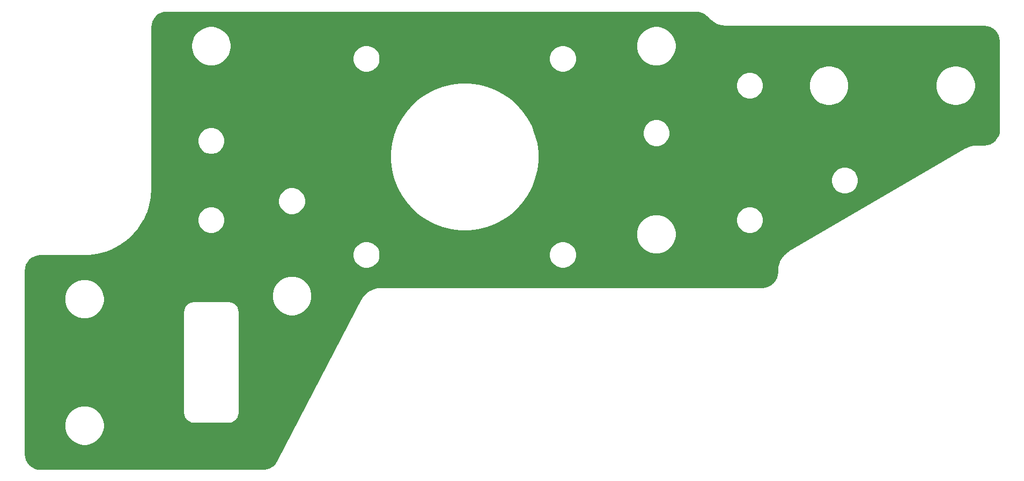
<source format=gbl>
G04 #@! TF.GenerationSoftware,KiCad,Pcbnew,5.1.9+dfsg1-1+deb11u1*
G04 #@! TF.CreationDate,2023-07-28T22:01:51+09:00*
G04 #@! TF.ProjectId,front-motor-mount,66726f6e-742d-46d6-9f74-6f722d6d6f75,rev?*
G04 #@! TF.SameCoordinates,Original*
G04 #@! TF.FileFunction,Copper,L2,Bot*
G04 #@! TF.FilePolarity,Positive*
%FSLAX46Y46*%
G04 Gerber Fmt 4.6, Leading zero omitted, Abs format (unit mm)*
G04 Created by KiCad (PCBNEW 5.1.9+dfsg1-1+deb11u1) date 2023-07-28 22:01:51*
%MOMM*%
%LPD*%
G01*
G04 APERTURE LIST*
G04 #@! TA.AperFunction,NonConductor*
%ADD10C,0.254000*%
G04 #@! TD*
G04 #@! TA.AperFunction,NonConductor*
%ADD11C,0.100000*%
G04 #@! TD*
G04 APERTURE END LIST*
D10*
X202711293Y-70957670D02*
X203147898Y-71089489D01*
X203550585Y-71303600D01*
X203928174Y-71611554D01*
X204401534Y-72084915D01*
X204405409Y-72088830D01*
X204412826Y-72096222D01*
X204412909Y-72096290D01*
X204427533Y-72110914D01*
X204448013Y-72127721D01*
X204454457Y-72134302D01*
X204461557Y-72140176D01*
X204915286Y-72510228D01*
X204965079Y-72543310D01*
X205014468Y-72577128D01*
X205022574Y-72581510D01*
X205539537Y-72856385D01*
X205594864Y-72879189D01*
X205649824Y-72902745D01*
X205658628Y-72905470D01*
X206219137Y-73074697D01*
X206277817Y-73086316D01*
X206336327Y-73098753D01*
X206345492Y-73099716D01*
X206928194Y-73156851D01*
X206928208Y-73156851D01*
X206960181Y-73160000D01*
X247717721Y-73160000D01*
X248203893Y-73207670D01*
X248640498Y-73339489D01*
X249043185Y-73553600D01*
X249396612Y-73841848D01*
X249687327Y-74193261D01*
X249904242Y-74594439D01*
X250039106Y-75030113D01*
X250090000Y-75514344D01*
X250090001Y-89467711D01*
X250042330Y-89953894D01*
X249910512Y-90390497D01*
X249696399Y-90793186D01*
X249408150Y-91146613D01*
X249056739Y-91437327D01*
X248655564Y-91654240D01*
X248219886Y-91789106D01*
X247735664Y-91840000D01*
X246528581Y-91840000D01*
X246506064Y-91842218D01*
X246105737Y-91869706D01*
X246056198Y-91878021D01*
X246006345Y-91884192D01*
X245997368Y-91886274D01*
X245427942Y-92022519D01*
X245371425Y-92042042D01*
X245314594Y-92060788D01*
X245306193Y-92064574D01*
X244833672Y-92281470D01*
X244833014Y-92281626D01*
X244744447Y-92322235D01*
X216877442Y-108578042D01*
X216866544Y-108585925D01*
X216721425Y-108677057D01*
X216691028Y-108700574D01*
X216658862Y-108721623D01*
X216651721Y-108727448D01*
X216200587Y-109100659D01*
X216158466Y-109143075D01*
X216115698Y-109184956D01*
X216109824Y-109192057D01*
X215739772Y-109645785D01*
X215706690Y-109695578D01*
X215672872Y-109744967D01*
X215668490Y-109753074D01*
X215393616Y-110270037D01*
X215370820Y-110325345D01*
X215347255Y-110380325D01*
X215344530Y-110389128D01*
X215175303Y-110949637D01*
X215163683Y-111008324D01*
X215151247Y-111066827D01*
X215150284Y-111075992D01*
X215093149Y-111658695D01*
X215093149Y-111658708D01*
X215090000Y-111690681D01*
X215090000Y-111967721D01*
X215042330Y-112453894D01*
X214910512Y-112890497D01*
X214696399Y-113293186D01*
X214408150Y-113646613D01*
X214056739Y-113937327D01*
X213655564Y-114154240D01*
X213219886Y-114289106D01*
X212735664Y-114340000D01*
X152536181Y-114340000D01*
X152517691Y-114341821D01*
X152194637Y-114360015D01*
X152148988Y-114367101D01*
X152103022Y-114371646D01*
X152093997Y-114373506D01*
X151521393Y-114495708D01*
X151464384Y-114513844D01*
X151407138Y-114531179D01*
X151398646Y-114534757D01*
X150860684Y-114765850D01*
X150808264Y-114794724D01*
X150755493Y-114822838D01*
X150747858Y-114827997D01*
X150265028Y-115159180D01*
X150219237Y-115197667D01*
X150172910Y-115235514D01*
X150166423Y-115242058D01*
X149757114Y-115660716D01*
X149719659Y-115707379D01*
X149681577Y-115753489D01*
X149676484Y-115761169D01*
X149392002Y-116196682D01*
X149391969Y-116196715D01*
X149338649Y-116278265D01*
X136021178Y-141803420D01*
X135753790Y-142212767D01*
X135434961Y-142538883D01*
X135058868Y-142796855D01*
X134639821Y-142976868D01*
X134180313Y-143074934D01*
X133912822Y-143090000D01*
X98782279Y-143090000D01*
X98296106Y-143042330D01*
X97859503Y-142910512D01*
X97456814Y-142696399D01*
X97103387Y-142408150D01*
X96812673Y-142056739D01*
X96595760Y-141655564D01*
X96460894Y-141219886D01*
X96410000Y-140735664D01*
X96410000Y-135938305D01*
X102585313Y-135938305D01*
X102585313Y-136561695D01*
X102706930Y-137173105D01*
X102945490Y-137749042D01*
X103291827Y-138267371D01*
X103732629Y-138708173D01*
X104250958Y-139054510D01*
X104826895Y-139293070D01*
X105438305Y-139414687D01*
X106061695Y-139414687D01*
X106673105Y-139293070D01*
X107249042Y-139054510D01*
X107767371Y-138708173D01*
X108208173Y-138267371D01*
X108554510Y-137749042D01*
X108793070Y-137173105D01*
X108914687Y-136561695D01*
X108914687Y-135938305D01*
X108793070Y-135326895D01*
X108554510Y-134750958D01*
X108241442Y-134282418D01*
X121340000Y-134282418D01*
X121342783Y-134310673D01*
X121342740Y-134316801D01*
X121343640Y-134325972D01*
X121364041Y-134520069D01*
X121376068Y-134578658D01*
X121387277Y-134637423D01*
X121389941Y-134646245D01*
X121447653Y-134832683D01*
X121470838Y-134887838D01*
X121493242Y-134943291D01*
X121497568Y-134951427D01*
X121590393Y-135123104D01*
X121623846Y-135172699D01*
X121656600Y-135222753D01*
X121662424Y-135229894D01*
X121786828Y-135380272D01*
X121829263Y-135422411D01*
X121871126Y-135465161D01*
X121878227Y-135471034D01*
X122029469Y-135594384D01*
X122079277Y-135627477D01*
X122128651Y-135661284D01*
X122136757Y-135665667D01*
X122309080Y-135757292D01*
X122364392Y-135780090D01*
X122419366Y-135803652D01*
X122428169Y-135806377D01*
X122615006Y-135862786D01*
X122673686Y-135874405D01*
X122732196Y-135886842D01*
X122741361Y-135887805D01*
X122935594Y-135906850D01*
X122935598Y-135906850D01*
X122967581Y-135910000D01*
X128532419Y-135910000D01*
X128560674Y-135907217D01*
X128566801Y-135907260D01*
X128575972Y-135906360D01*
X128770069Y-135885959D01*
X128828658Y-135873932D01*
X128887423Y-135862723D01*
X128896245Y-135860059D01*
X129082683Y-135802347D01*
X129137838Y-135779162D01*
X129193291Y-135756758D01*
X129201427Y-135752432D01*
X129373104Y-135659607D01*
X129422699Y-135626154D01*
X129472753Y-135593400D01*
X129479894Y-135587576D01*
X129630272Y-135463172D01*
X129672411Y-135420737D01*
X129715161Y-135378874D01*
X129721034Y-135371773D01*
X129844384Y-135220531D01*
X129877477Y-135170723D01*
X129911284Y-135121349D01*
X129915667Y-135113243D01*
X130007292Y-134940920D01*
X130030090Y-134885608D01*
X130053652Y-134830634D01*
X130056377Y-134821831D01*
X130112786Y-134634994D01*
X130124405Y-134576314D01*
X130136842Y-134517804D01*
X130137805Y-134508639D01*
X130156850Y-134314406D01*
X130156850Y-134314402D01*
X130160000Y-134282419D01*
X130160000Y-118217581D01*
X130157217Y-118189326D01*
X130157260Y-118183199D01*
X130156360Y-118174028D01*
X130135959Y-117979931D01*
X130123934Y-117921348D01*
X130112723Y-117862577D01*
X130110059Y-117853755D01*
X130052347Y-117667317D01*
X130029162Y-117612162D01*
X130006758Y-117556709D01*
X130002432Y-117548573D01*
X129909607Y-117376896D01*
X129876139Y-117327278D01*
X129843400Y-117277247D01*
X129837576Y-117270106D01*
X129713172Y-117119728D01*
X129670737Y-117077589D01*
X129628874Y-117034839D01*
X129621773Y-117028966D01*
X129470531Y-116905616D01*
X129420738Y-116872534D01*
X129371349Y-116838716D01*
X129363243Y-116834333D01*
X129190921Y-116742708D01*
X129135606Y-116719909D01*
X129080634Y-116696348D01*
X129071831Y-116693623D01*
X128884995Y-116637214D01*
X128826307Y-116625594D01*
X128767804Y-116613158D01*
X128758639Y-116612195D01*
X128564405Y-116593150D01*
X128564402Y-116593150D01*
X128532419Y-116590000D01*
X122967581Y-116590000D01*
X122939326Y-116592783D01*
X122933199Y-116592740D01*
X122924028Y-116593640D01*
X122729931Y-116614041D01*
X122671348Y-116626066D01*
X122612577Y-116637277D01*
X122603755Y-116639941D01*
X122417317Y-116697653D01*
X122362162Y-116720838D01*
X122306709Y-116743242D01*
X122298573Y-116747568D01*
X122126896Y-116840393D01*
X122077278Y-116873861D01*
X122027247Y-116906600D01*
X122020106Y-116912424D01*
X121869728Y-117036828D01*
X121827589Y-117079263D01*
X121784839Y-117121126D01*
X121778966Y-117128227D01*
X121655616Y-117279469D01*
X121622534Y-117329262D01*
X121588716Y-117378651D01*
X121584333Y-117386757D01*
X121492708Y-117559079D01*
X121469909Y-117614394D01*
X121446348Y-117669366D01*
X121443623Y-117678169D01*
X121387214Y-117865005D01*
X121375594Y-117923693D01*
X121363158Y-117982196D01*
X121362195Y-117991361D01*
X121343150Y-118185595D01*
X121343150Y-118185608D01*
X121340001Y-118217581D01*
X121340000Y-134282418D01*
X108241442Y-134282418D01*
X108208173Y-134232629D01*
X107767371Y-133791827D01*
X107249042Y-133445490D01*
X106673105Y-133206930D01*
X106061695Y-133085313D01*
X105438305Y-133085313D01*
X104826895Y-133206930D01*
X104250958Y-133445490D01*
X103732629Y-133791827D01*
X103291827Y-134232629D01*
X102945490Y-134750958D01*
X102706930Y-135326895D01*
X102585313Y-135938305D01*
X96410000Y-135938305D01*
X96410000Y-115938305D01*
X102585313Y-115938305D01*
X102585313Y-116561695D01*
X102706930Y-117173105D01*
X102945490Y-117749042D01*
X103291827Y-118267371D01*
X103732629Y-118708173D01*
X104250958Y-119054510D01*
X104826895Y-119293070D01*
X105438305Y-119414687D01*
X106061695Y-119414687D01*
X106673105Y-119293070D01*
X107249042Y-119054510D01*
X107767371Y-118708173D01*
X108208173Y-118267371D01*
X108554510Y-117749042D01*
X108793070Y-117173105D01*
X108914687Y-116561695D01*
X108914687Y-115938305D01*
X108815231Y-115438305D01*
X135325313Y-115438305D01*
X135325313Y-116061695D01*
X135446930Y-116673105D01*
X135685490Y-117249042D01*
X136031827Y-117767371D01*
X136472629Y-118208173D01*
X136990958Y-118554510D01*
X137566895Y-118793070D01*
X138178305Y-118914687D01*
X138801695Y-118914687D01*
X139413105Y-118793070D01*
X139989042Y-118554510D01*
X140507371Y-118208173D01*
X140948173Y-117767371D01*
X141294510Y-117249042D01*
X141533070Y-116673105D01*
X141654687Y-116061695D01*
X141654687Y-115438305D01*
X141533070Y-114826895D01*
X141294510Y-114250958D01*
X140948173Y-113732629D01*
X140507371Y-113291827D01*
X139989042Y-112945490D01*
X139413105Y-112706930D01*
X138801695Y-112585313D01*
X138178305Y-112585313D01*
X137566895Y-112706930D01*
X136990958Y-112945490D01*
X136472629Y-113291827D01*
X136031827Y-113732629D01*
X135685490Y-114250958D01*
X135446930Y-114826895D01*
X135325313Y-115438305D01*
X108815231Y-115438305D01*
X108793070Y-115326895D01*
X108554510Y-114750958D01*
X108208173Y-114232629D01*
X107767371Y-113791827D01*
X107249042Y-113445490D01*
X106673105Y-113206930D01*
X106061695Y-113085313D01*
X105438305Y-113085313D01*
X104826895Y-113206930D01*
X104250958Y-113445490D01*
X103732629Y-113791827D01*
X103291827Y-114232629D01*
X102945490Y-114750958D01*
X102706930Y-115326895D01*
X102585313Y-115938305D01*
X96410000Y-115938305D01*
X96410000Y-111782279D01*
X96457670Y-111296107D01*
X96589489Y-110859502D01*
X96803600Y-110456815D01*
X97091848Y-110103388D01*
X97443261Y-109812673D01*
X97844439Y-109595758D01*
X98280113Y-109460894D01*
X98764344Y-109410000D01*
X105782419Y-109410000D01*
X105792757Y-109408982D01*
X106398636Y-109389941D01*
X106429588Y-109387016D01*
X106460625Y-109385063D01*
X107706531Y-109227669D01*
X107706533Y-109227669D01*
X107787949Y-109212138D01*
X108472701Y-109036323D01*
X148080497Y-109036323D01*
X148080497Y-109463677D01*
X148163870Y-109882821D01*
X148327412Y-110277645D01*
X148564837Y-110632977D01*
X148867023Y-110935163D01*
X149222355Y-111172588D01*
X149617179Y-111336130D01*
X150036323Y-111419503D01*
X150463677Y-111419503D01*
X150882821Y-111336130D01*
X151277645Y-111172588D01*
X151632977Y-110935163D01*
X151935163Y-110632977D01*
X152172588Y-110277645D01*
X152336130Y-109882821D01*
X152419503Y-109463677D01*
X152419503Y-109036323D01*
X179080497Y-109036323D01*
X179080497Y-109463677D01*
X179163870Y-109882821D01*
X179327412Y-110277645D01*
X179564837Y-110632977D01*
X179867023Y-110935163D01*
X180222355Y-111172588D01*
X180617179Y-111336130D01*
X181036323Y-111419503D01*
X181463677Y-111419503D01*
X181882821Y-111336130D01*
X182277645Y-111172588D01*
X182632977Y-110935163D01*
X182935163Y-110632977D01*
X183172588Y-110277645D01*
X183336130Y-109882821D01*
X183419503Y-109463677D01*
X183419503Y-109036323D01*
X183336130Y-108617179D01*
X183172588Y-108222355D01*
X182935163Y-107867023D01*
X182632977Y-107564837D01*
X182277645Y-107327412D01*
X181882821Y-107163870D01*
X181463677Y-107080497D01*
X181036323Y-107080497D01*
X180617179Y-107163870D01*
X180222355Y-107327412D01*
X179867023Y-107564837D01*
X179564837Y-107867023D01*
X179327412Y-108222355D01*
X179163870Y-108617179D01*
X179080497Y-109036323D01*
X152419503Y-109036323D01*
X152336130Y-108617179D01*
X152172588Y-108222355D01*
X151935163Y-107867023D01*
X151632977Y-107564837D01*
X151277645Y-107327412D01*
X150882821Y-107163870D01*
X150463677Y-107080497D01*
X150036323Y-107080497D01*
X149617179Y-107163870D01*
X149222355Y-107327412D01*
X148867023Y-107564837D01*
X148564837Y-107867023D01*
X148327412Y-108222355D01*
X148163870Y-108617179D01*
X148080497Y-109036323D01*
X108472701Y-109036323D01*
X109004306Y-108899830D01*
X109083133Y-108874218D01*
X109083138Y-108874216D01*
X110250750Y-108411926D01*
X110250756Y-108411924D01*
X110288561Y-108394134D01*
X110325750Y-108376634D01*
X110325755Y-108376631D01*
X111426213Y-107771648D01*
X111426226Y-107771642D01*
X111469037Y-107744472D01*
X111496207Y-107727230D01*
X111496214Y-107727224D01*
X112512179Y-106989083D01*
X112576042Y-106936251D01*
X112576049Y-106936243D01*
X113491478Y-106076598D01*
X113491487Y-106076591D01*
X113548225Y-106016171D01*
X114348701Y-105048562D01*
X114348709Y-105048553D01*
X114397426Y-104981499D01*
X115070319Y-103921190D01*
X115070324Y-103921183D01*
X115110253Y-103848551D01*
X115257176Y-103536323D01*
X123580497Y-103536323D01*
X123580497Y-103963677D01*
X123663870Y-104382821D01*
X123827412Y-104777645D01*
X124064837Y-105132977D01*
X124367023Y-105435163D01*
X124722355Y-105672588D01*
X125117179Y-105836130D01*
X125536323Y-105919503D01*
X125963677Y-105919503D01*
X126382821Y-105836130D01*
X126739700Y-105688305D01*
X192835313Y-105688305D01*
X192835313Y-106311695D01*
X192956930Y-106923105D01*
X193195490Y-107499042D01*
X193541827Y-108017371D01*
X193982629Y-108458173D01*
X194500958Y-108804510D01*
X195076895Y-109043070D01*
X195688305Y-109164687D01*
X196311695Y-109164687D01*
X196923105Y-109043070D01*
X197499042Y-108804510D01*
X198017371Y-108458173D01*
X198458173Y-108017371D01*
X198804510Y-107499042D01*
X199043070Y-106923105D01*
X199164687Y-106311695D01*
X199164687Y-105688305D01*
X199043070Y-105076895D01*
X198804510Y-104500958D01*
X198458173Y-103982629D01*
X198017371Y-103541827D01*
X198009134Y-103536323D01*
X208580497Y-103536323D01*
X208580497Y-103963677D01*
X208663870Y-104382821D01*
X208827412Y-104777645D01*
X209064837Y-105132977D01*
X209367023Y-105435163D01*
X209722355Y-105672588D01*
X210117179Y-105836130D01*
X210536323Y-105919503D01*
X210963677Y-105919503D01*
X211382821Y-105836130D01*
X211777645Y-105672588D01*
X212132977Y-105435163D01*
X212435163Y-105132977D01*
X212672588Y-104777645D01*
X212836130Y-104382821D01*
X212919503Y-103963677D01*
X212919503Y-103536323D01*
X212836130Y-103117179D01*
X212672588Y-102722355D01*
X212435163Y-102367023D01*
X212132977Y-102064837D01*
X211777645Y-101827412D01*
X211382821Y-101663870D01*
X210963677Y-101580497D01*
X210536323Y-101580497D01*
X210117179Y-101663870D01*
X209722355Y-101827412D01*
X209367023Y-102064837D01*
X209064837Y-102367023D01*
X208827412Y-102722355D01*
X208663870Y-103117179D01*
X208580497Y-103536323D01*
X198009134Y-103536323D01*
X197499042Y-103195490D01*
X196923105Y-102956930D01*
X196311695Y-102835313D01*
X195688305Y-102835313D01*
X195076895Y-102956930D01*
X194500958Y-103195490D01*
X193982629Y-103541827D01*
X193541827Y-103982629D01*
X193195490Y-104500958D01*
X192956930Y-105076895D01*
X192835313Y-105688305D01*
X126739700Y-105688305D01*
X126777645Y-105672588D01*
X127132977Y-105435163D01*
X127435163Y-105132977D01*
X127672588Y-104777645D01*
X127836130Y-104382821D01*
X127919503Y-103963677D01*
X127919503Y-103536323D01*
X127836130Y-103117179D01*
X127672588Y-102722355D01*
X127435163Y-102367023D01*
X127132977Y-102064837D01*
X126777645Y-101827412D01*
X126382821Y-101663870D01*
X125963677Y-101580497D01*
X125536323Y-101580497D01*
X125117179Y-101663870D01*
X124722355Y-101827412D01*
X124367023Y-102064837D01*
X124064837Y-102367023D01*
X123827412Y-102722355D01*
X123663870Y-103117179D01*
X123580497Y-103536323D01*
X115257176Y-103536323D01*
X115644951Y-102712261D01*
X115675463Y-102635197D01*
X115675467Y-102635182D01*
X116063524Y-101440864D01*
X116063530Y-101440850D01*
X116084142Y-101360570D01*
X116241375Y-100536323D01*
X136320497Y-100536323D01*
X136320497Y-100963677D01*
X136403870Y-101382821D01*
X136567412Y-101777645D01*
X136804837Y-102132977D01*
X137107023Y-102435163D01*
X137462355Y-102672588D01*
X137857179Y-102836130D01*
X138276323Y-102919503D01*
X138703677Y-102919503D01*
X139122821Y-102836130D01*
X139517645Y-102672588D01*
X139872977Y-102435163D01*
X140175163Y-102132977D01*
X140412588Y-101777645D01*
X140576130Y-101382821D01*
X140659503Y-100963677D01*
X140659503Y-100536323D01*
X140576130Y-100117179D01*
X140412588Y-99722355D01*
X140175163Y-99367023D01*
X139872977Y-99064837D01*
X139517645Y-98827412D01*
X139122821Y-98663870D01*
X138703677Y-98580497D01*
X138276323Y-98580497D01*
X137857179Y-98663870D01*
X137462355Y-98827412D01*
X137107023Y-99064837D01*
X136804837Y-99367023D01*
X136567412Y-99722355D01*
X136403870Y-100117179D01*
X136320497Y-100536323D01*
X116241375Y-100536323D01*
X116319457Y-100127003D01*
X116320698Y-100117179D01*
X116329845Y-100044774D01*
X116407967Y-98803060D01*
X116410000Y-98782419D01*
X116410000Y-91036323D01*
X123580497Y-91036323D01*
X123580497Y-91463677D01*
X123663870Y-91882821D01*
X123827412Y-92277645D01*
X124064837Y-92632977D01*
X124367023Y-92935163D01*
X124722355Y-93172588D01*
X125117179Y-93336130D01*
X125536323Y-93419503D01*
X125963677Y-93419503D01*
X126382821Y-93336130D01*
X126777645Y-93172588D01*
X126975701Y-93040251D01*
X154016446Y-93040251D01*
X154016446Y-94459749D01*
X154187548Y-95868898D01*
X154527256Y-97247148D01*
X155030617Y-98574403D01*
X155690291Y-99831306D01*
X156496658Y-100999530D01*
X157437960Y-102062040D01*
X158500470Y-103003342D01*
X159668694Y-103809709D01*
X160925597Y-104469383D01*
X162252852Y-104972744D01*
X163631102Y-105312452D01*
X165040251Y-105483554D01*
X166459749Y-105483554D01*
X167868898Y-105312452D01*
X169247148Y-104972744D01*
X170574403Y-104469383D01*
X171831306Y-103809709D01*
X172999530Y-103003342D01*
X174062040Y-102062040D01*
X175003342Y-100999530D01*
X175809709Y-99831306D01*
X176469383Y-98574403D01*
X176957886Y-97286323D01*
X223580497Y-97286323D01*
X223580497Y-97713677D01*
X223663870Y-98132821D01*
X223827412Y-98527645D01*
X224064837Y-98882977D01*
X224367023Y-99185163D01*
X224722355Y-99422588D01*
X225117179Y-99586130D01*
X225536323Y-99669503D01*
X225963677Y-99669503D01*
X226382821Y-99586130D01*
X226777645Y-99422588D01*
X227132977Y-99185163D01*
X227435163Y-98882977D01*
X227672588Y-98527645D01*
X227836130Y-98132821D01*
X227919503Y-97713677D01*
X227919503Y-97286323D01*
X227836130Y-96867179D01*
X227672588Y-96472355D01*
X227435163Y-96117023D01*
X227132977Y-95814837D01*
X226777645Y-95577412D01*
X226382821Y-95413870D01*
X225963677Y-95330497D01*
X225536323Y-95330497D01*
X225117179Y-95413870D01*
X224722355Y-95577412D01*
X224367023Y-95814837D01*
X224064837Y-96117023D01*
X223827412Y-96472355D01*
X223663870Y-96867179D01*
X223580497Y-97286323D01*
X176957886Y-97286323D01*
X176972744Y-97247148D01*
X177312452Y-95868898D01*
X177483554Y-94459749D01*
X177483554Y-93040251D01*
X177312452Y-91631102D01*
X176972744Y-90252852D01*
X176795814Y-89786323D01*
X193830497Y-89786323D01*
X193830497Y-90213677D01*
X193913870Y-90632821D01*
X194077412Y-91027645D01*
X194314837Y-91382977D01*
X194617023Y-91685163D01*
X194972355Y-91922588D01*
X195367179Y-92086130D01*
X195786323Y-92169503D01*
X196213677Y-92169503D01*
X196632821Y-92086130D01*
X197027645Y-91922588D01*
X197382977Y-91685163D01*
X197685163Y-91382977D01*
X197922588Y-91027645D01*
X198086130Y-90632821D01*
X198169503Y-90213677D01*
X198169503Y-89786323D01*
X198086130Y-89367179D01*
X197922588Y-88972355D01*
X197685163Y-88617023D01*
X197382977Y-88314837D01*
X197027645Y-88077412D01*
X196632821Y-87913870D01*
X196213677Y-87830497D01*
X195786323Y-87830497D01*
X195367179Y-87913870D01*
X194972355Y-88077412D01*
X194617023Y-88314837D01*
X194314837Y-88617023D01*
X194077412Y-88972355D01*
X193913870Y-89367179D01*
X193830497Y-89786323D01*
X176795814Y-89786323D01*
X176469383Y-88925597D01*
X175809709Y-87668694D01*
X175003342Y-86500470D01*
X174062040Y-85437960D01*
X172999530Y-84496658D01*
X171831306Y-83690291D01*
X170574403Y-83030617D01*
X169247148Y-82527256D01*
X168269645Y-82286323D01*
X208580497Y-82286323D01*
X208580497Y-82713677D01*
X208663870Y-83132821D01*
X208827412Y-83527645D01*
X209064837Y-83882977D01*
X209367023Y-84185163D01*
X209722355Y-84422588D01*
X210117179Y-84586130D01*
X210536323Y-84669503D01*
X210963677Y-84669503D01*
X211382821Y-84586130D01*
X211777645Y-84422588D01*
X212132977Y-84185163D01*
X212435163Y-83882977D01*
X212672588Y-83527645D01*
X212836130Y-83132821D01*
X212919503Y-82713677D01*
X212919503Y-82286323D01*
X212900006Y-82188305D01*
X220085313Y-82188305D01*
X220085313Y-82811695D01*
X220206930Y-83423105D01*
X220445490Y-83999042D01*
X220791827Y-84517371D01*
X221232629Y-84958173D01*
X221750958Y-85304510D01*
X222326895Y-85543070D01*
X222938305Y-85664687D01*
X223561695Y-85664687D01*
X224173105Y-85543070D01*
X224749042Y-85304510D01*
X225267371Y-84958173D01*
X225708173Y-84517371D01*
X226054510Y-83999042D01*
X226293070Y-83423105D01*
X226414687Y-82811695D01*
X226414687Y-82188305D01*
X240085313Y-82188305D01*
X240085313Y-82811695D01*
X240206930Y-83423105D01*
X240445490Y-83999042D01*
X240791827Y-84517371D01*
X241232629Y-84958173D01*
X241750958Y-85304510D01*
X242326895Y-85543070D01*
X242938305Y-85664687D01*
X243561695Y-85664687D01*
X244173105Y-85543070D01*
X244749042Y-85304510D01*
X245267371Y-84958173D01*
X245708173Y-84517371D01*
X246054510Y-83999042D01*
X246293070Y-83423105D01*
X246414687Y-82811695D01*
X246414687Y-82188305D01*
X246293070Y-81576895D01*
X246054510Y-81000958D01*
X245708173Y-80482629D01*
X245267371Y-80041827D01*
X244749042Y-79695490D01*
X244173105Y-79456930D01*
X243561695Y-79335313D01*
X242938305Y-79335313D01*
X242326895Y-79456930D01*
X241750958Y-79695490D01*
X241232629Y-80041827D01*
X240791827Y-80482629D01*
X240445490Y-81000958D01*
X240206930Y-81576895D01*
X240085313Y-82188305D01*
X226414687Y-82188305D01*
X226293070Y-81576895D01*
X226054510Y-81000958D01*
X225708173Y-80482629D01*
X225267371Y-80041827D01*
X224749042Y-79695490D01*
X224173105Y-79456930D01*
X223561695Y-79335313D01*
X222938305Y-79335313D01*
X222326895Y-79456930D01*
X221750958Y-79695490D01*
X221232629Y-80041827D01*
X220791827Y-80482629D01*
X220445490Y-81000958D01*
X220206930Y-81576895D01*
X220085313Y-82188305D01*
X212900006Y-82188305D01*
X212836130Y-81867179D01*
X212672588Y-81472355D01*
X212435163Y-81117023D01*
X212132977Y-80814837D01*
X211777645Y-80577412D01*
X211382821Y-80413870D01*
X210963677Y-80330497D01*
X210536323Y-80330497D01*
X210117179Y-80413870D01*
X209722355Y-80577412D01*
X209367023Y-80814837D01*
X209064837Y-81117023D01*
X208827412Y-81472355D01*
X208663870Y-81867179D01*
X208580497Y-82286323D01*
X168269645Y-82286323D01*
X167868898Y-82187548D01*
X166459749Y-82016446D01*
X165040251Y-82016446D01*
X163631102Y-82187548D01*
X162252852Y-82527256D01*
X160925597Y-83030617D01*
X159668694Y-83690291D01*
X158500470Y-84496658D01*
X157437960Y-85437960D01*
X156496658Y-86500470D01*
X155690291Y-87668694D01*
X155030617Y-88925597D01*
X154527256Y-90252852D01*
X154187548Y-91631102D01*
X154016446Y-93040251D01*
X126975701Y-93040251D01*
X127132977Y-92935163D01*
X127435163Y-92632977D01*
X127672588Y-92277645D01*
X127836130Y-91882821D01*
X127919503Y-91463677D01*
X127919503Y-91036323D01*
X127836130Y-90617179D01*
X127672588Y-90222355D01*
X127435163Y-89867023D01*
X127132977Y-89564837D01*
X126777645Y-89327412D01*
X126382821Y-89163870D01*
X125963677Y-89080497D01*
X125536323Y-89080497D01*
X125117179Y-89163870D01*
X124722355Y-89327412D01*
X124367023Y-89564837D01*
X124064837Y-89867023D01*
X123827412Y-90222355D01*
X123663870Y-90617179D01*
X123580497Y-91036323D01*
X116410000Y-91036323D01*
X116410000Y-75938305D01*
X122585313Y-75938305D01*
X122585313Y-76561695D01*
X122706930Y-77173105D01*
X122945490Y-77749042D01*
X123291827Y-78267371D01*
X123732629Y-78708173D01*
X124250958Y-79054510D01*
X124826895Y-79293070D01*
X125438305Y-79414687D01*
X126061695Y-79414687D01*
X126673105Y-79293070D01*
X127249042Y-79054510D01*
X127767371Y-78708173D01*
X128208173Y-78267371D01*
X128362554Y-78036323D01*
X148080497Y-78036323D01*
X148080497Y-78463677D01*
X148163870Y-78882821D01*
X148327412Y-79277645D01*
X148564837Y-79632977D01*
X148867023Y-79935163D01*
X149222355Y-80172588D01*
X149617179Y-80336130D01*
X150036323Y-80419503D01*
X150463677Y-80419503D01*
X150882821Y-80336130D01*
X151277645Y-80172588D01*
X151632977Y-79935163D01*
X151935163Y-79632977D01*
X152172588Y-79277645D01*
X152336130Y-78882821D01*
X152419503Y-78463677D01*
X152419503Y-78036323D01*
X179080497Y-78036323D01*
X179080497Y-78463677D01*
X179163870Y-78882821D01*
X179327412Y-79277645D01*
X179564837Y-79632977D01*
X179867023Y-79935163D01*
X180222355Y-80172588D01*
X180617179Y-80336130D01*
X181036323Y-80419503D01*
X181463677Y-80419503D01*
X181882821Y-80336130D01*
X182277645Y-80172588D01*
X182632977Y-79935163D01*
X182935163Y-79632977D01*
X183172588Y-79277645D01*
X183336130Y-78882821D01*
X183419503Y-78463677D01*
X183419503Y-78036323D01*
X183336130Y-77617179D01*
X183172588Y-77222355D01*
X182935163Y-76867023D01*
X182632977Y-76564837D01*
X182277645Y-76327412D01*
X181882821Y-76163870D01*
X181463677Y-76080497D01*
X181036323Y-76080497D01*
X180617179Y-76163870D01*
X180222355Y-76327412D01*
X179867023Y-76564837D01*
X179564837Y-76867023D01*
X179327412Y-77222355D01*
X179163870Y-77617179D01*
X179080497Y-78036323D01*
X152419503Y-78036323D01*
X152336130Y-77617179D01*
X152172588Y-77222355D01*
X151935163Y-76867023D01*
X151632977Y-76564837D01*
X151277645Y-76327412D01*
X150882821Y-76163870D01*
X150463677Y-76080497D01*
X150036323Y-76080497D01*
X149617179Y-76163870D01*
X149222355Y-76327412D01*
X148867023Y-76564837D01*
X148564837Y-76867023D01*
X148327412Y-77222355D01*
X148163870Y-77617179D01*
X148080497Y-78036323D01*
X128362554Y-78036323D01*
X128554510Y-77749042D01*
X128793070Y-77173105D01*
X128914687Y-76561695D01*
X128914687Y-75938305D01*
X192835313Y-75938305D01*
X192835313Y-76561695D01*
X192956930Y-77173105D01*
X193195490Y-77749042D01*
X193541827Y-78267371D01*
X193982629Y-78708173D01*
X194500958Y-79054510D01*
X195076895Y-79293070D01*
X195688305Y-79414687D01*
X196311695Y-79414687D01*
X196923105Y-79293070D01*
X197499042Y-79054510D01*
X198017371Y-78708173D01*
X198458173Y-78267371D01*
X198804510Y-77749042D01*
X199043070Y-77173105D01*
X199164687Y-76561695D01*
X199164687Y-75938305D01*
X199043070Y-75326895D01*
X198804510Y-74750958D01*
X198458173Y-74232629D01*
X198017371Y-73791827D01*
X197499042Y-73445490D01*
X196923105Y-73206930D01*
X196311695Y-73085313D01*
X195688305Y-73085313D01*
X195076895Y-73206930D01*
X194500958Y-73445490D01*
X193982629Y-73791827D01*
X193541827Y-74232629D01*
X193195490Y-74750958D01*
X192956930Y-75326895D01*
X192835313Y-75938305D01*
X128914687Y-75938305D01*
X128793070Y-75326895D01*
X128554510Y-74750958D01*
X128208173Y-74232629D01*
X127767371Y-73791827D01*
X127249042Y-73445490D01*
X126673105Y-73206930D01*
X126061695Y-73085313D01*
X125438305Y-73085313D01*
X124826895Y-73206930D01*
X124250958Y-73445490D01*
X123732629Y-73791827D01*
X123291827Y-74232629D01*
X122945490Y-74750958D01*
X122706930Y-75326895D01*
X122585313Y-75938305D01*
X116410000Y-75938305D01*
X116410000Y-73282279D01*
X116457670Y-72796107D01*
X116589489Y-72359502D01*
X116803600Y-71956815D01*
X117091848Y-71603388D01*
X117443261Y-71312673D01*
X117844439Y-71095758D01*
X118280113Y-70960894D01*
X118764344Y-70910000D01*
X202225121Y-70910000D01*
X202711293Y-70957670D01*
G04 #@! TA.AperFunction,NonConductor*
D11*
G36*
X202711293Y-70957670D02*
G01*
X203147898Y-71089489D01*
X203550585Y-71303600D01*
X203928174Y-71611554D01*
X204401534Y-72084915D01*
X204405409Y-72088830D01*
X204412826Y-72096222D01*
X204412909Y-72096290D01*
X204427533Y-72110914D01*
X204448013Y-72127721D01*
X204454457Y-72134302D01*
X204461557Y-72140176D01*
X204915286Y-72510228D01*
X204965079Y-72543310D01*
X205014468Y-72577128D01*
X205022574Y-72581510D01*
X205539537Y-72856385D01*
X205594864Y-72879189D01*
X205649824Y-72902745D01*
X205658628Y-72905470D01*
X206219137Y-73074697D01*
X206277817Y-73086316D01*
X206336327Y-73098753D01*
X206345492Y-73099716D01*
X206928194Y-73156851D01*
X206928208Y-73156851D01*
X206960181Y-73160000D01*
X247717721Y-73160000D01*
X248203893Y-73207670D01*
X248640498Y-73339489D01*
X249043185Y-73553600D01*
X249396612Y-73841848D01*
X249687327Y-74193261D01*
X249904242Y-74594439D01*
X250039106Y-75030113D01*
X250090000Y-75514344D01*
X250090001Y-89467711D01*
X250042330Y-89953894D01*
X249910512Y-90390497D01*
X249696399Y-90793186D01*
X249408150Y-91146613D01*
X249056739Y-91437327D01*
X248655564Y-91654240D01*
X248219886Y-91789106D01*
X247735664Y-91840000D01*
X246528581Y-91840000D01*
X246506064Y-91842218D01*
X246105737Y-91869706D01*
X246056198Y-91878021D01*
X246006345Y-91884192D01*
X245997368Y-91886274D01*
X245427942Y-92022519D01*
X245371425Y-92042042D01*
X245314594Y-92060788D01*
X245306193Y-92064574D01*
X244833672Y-92281470D01*
X244833014Y-92281626D01*
X244744447Y-92322235D01*
X216877442Y-108578042D01*
X216866544Y-108585925D01*
X216721425Y-108677057D01*
X216691028Y-108700574D01*
X216658862Y-108721623D01*
X216651721Y-108727448D01*
X216200587Y-109100659D01*
X216158466Y-109143075D01*
X216115698Y-109184956D01*
X216109824Y-109192057D01*
X215739772Y-109645785D01*
X215706690Y-109695578D01*
X215672872Y-109744967D01*
X215668490Y-109753074D01*
X215393616Y-110270037D01*
X215370820Y-110325345D01*
X215347255Y-110380325D01*
X215344530Y-110389128D01*
X215175303Y-110949637D01*
X215163683Y-111008324D01*
X215151247Y-111066827D01*
X215150284Y-111075992D01*
X215093149Y-111658695D01*
X215093149Y-111658708D01*
X215090000Y-111690681D01*
X215090000Y-111967721D01*
X215042330Y-112453894D01*
X214910512Y-112890497D01*
X214696399Y-113293186D01*
X214408150Y-113646613D01*
X214056739Y-113937327D01*
X213655564Y-114154240D01*
X213219886Y-114289106D01*
X212735664Y-114340000D01*
X152536181Y-114340000D01*
X152517691Y-114341821D01*
X152194637Y-114360015D01*
X152148988Y-114367101D01*
X152103022Y-114371646D01*
X152093997Y-114373506D01*
X151521393Y-114495708D01*
X151464384Y-114513844D01*
X151407138Y-114531179D01*
X151398646Y-114534757D01*
X150860684Y-114765850D01*
X150808264Y-114794724D01*
X150755493Y-114822838D01*
X150747858Y-114827997D01*
X150265028Y-115159180D01*
X150219237Y-115197667D01*
X150172910Y-115235514D01*
X150166423Y-115242058D01*
X149757114Y-115660716D01*
X149719659Y-115707379D01*
X149681577Y-115753489D01*
X149676484Y-115761169D01*
X149392002Y-116196682D01*
X149391969Y-116196715D01*
X149338649Y-116278265D01*
X136021178Y-141803420D01*
X135753790Y-142212767D01*
X135434961Y-142538883D01*
X135058868Y-142796855D01*
X134639821Y-142976868D01*
X134180313Y-143074934D01*
X133912822Y-143090000D01*
X98782279Y-143090000D01*
X98296106Y-143042330D01*
X97859503Y-142910512D01*
X97456814Y-142696399D01*
X97103387Y-142408150D01*
X96812673Y-142056739D01*
X96595760Y-141655564D01*
X96460894Y-141219886D01*
X96410000Y-140735664D01*
X96410000Y-135938305D01*
X102585313Y-135938305D01*
X102585313Y-136561695D01*
X102706930Y-137173105D01*
X102945490Y-137749042D01*
X103291827Y-138267371D01*
X103732629Y-138708173D01*
X104250958Y-139054510D01*
X104826895Y-139293070D01*
X105438305Y-139414687D01*
X106061695Y-139414687D01*
X106673105Y-139293070D01*
X107249042Y-139054510D01*
X107767371Y-138708173D01*
X108208173Y-138267371D01*
X108554510Y-137749042D01*
X108793070Y-137173105D01*
X108914687Y-136561695D01*
X108914687Y-135938305D01*
X108793070Y-135326895D01*
X108554510Y-134750958D01*
X108241442Y-134282418D01*
X121340000Y-134282418D01*
X121342783Y-134310673D01*
X121342740Y-134316801D01*
X121343640Y-134325972D01*
X121364041Y-134520069D01*
X121376068Y-134578658D01*
X121387277Y-134637423D01*
X121389941Y-134646245D01*
X121447653Y-134832683D01*
X121470838Y-134887838D01*
X121493242Y-134943291D01*
X121497568Y-134951427D01*
X121590393Y-135123104D01*
X121623846Y-135172699D01*
X121656600Y-135222753D01*
X121662424Y-135229894D01*
X121786828Y-135380272D01*
X121829263Y-135422411D01*
X121871126Y-135465161D01*
X121878227Y-135471034D01*
X122029469Y-135594384D01*
X122079277Y-135627477D01*
X122128651Y-135661284D01*
X122136757Y-135665667D01*
X122309080Y-135757292D01*
X122364392Y-135780090D01*
X122419366Y-135803652D01*
X122428169Y-135806377D01*
X122615006Y-135862786D01*
X122673686Y-135874405D01*
X122732196Y-135886842D01*
X122741361Y-135887805D01*
X122935594Y-135906850D01*
X122935598Y-135906850D01*
X122967581Y-135910000D01*
X128532419Y-135910000D01*
X128560674Y-135907217D01*
X128566801Y-135907260D01*
X128575972Y-135906360D01*
X128770069Y-135885959D01*
X128828658Y-135873932D01*
X128887423Y-135862723D01*
X128896245Y-135860059D01*
X129082683Y-135802347D01*
X129137838Y-135779162D01*
X129193291Y-135756758D01*
X129201427Y-135752432D01*
X129373104Y-135659607D01*
X129422699Y-135626154D01*
X129472753Y-135593400D01*
X129479894Y-135587576D01*
X129630272Y-135463172D01*
X129672411Y-135420737D01*
X129715161Y-135378874D01*
X129721034Y-135371773D01*
X129844384Y-135220531D01*
X129877477Y-135170723D01*
X129911284Y-135121349D01*
X129915667Y-135113243D01*
X130007292Y-134940920D01*
X130030090Y-134885608D01*
X130053652Y-134830634D01*
X130056377Y-134821831D01*
X130112786Y-134634994D01*
X130124405Y-134576314D01*
X130136842Y-134517804D01*
X130137805Y-134508639D01*
X130156850Y-134314406D01*
X130156850Y-134314402D01*
X130160000Y-134282419D01*
X130160000Y-118217581D01*
X130157217Y-118189326D01*
X130157260Y-118183199D01*
X130156360Y-118174028D01*
X130135959Y-117979931D01*
X130123934Y-117921348D01*
X130112723Y-117862577D01*
X130110059Y-117853755D01*
X130052347Y-117667317D01*
X130029162Y-117612162D01*
X130006758Y-117556709D01*
X130002432Y-117548573D01*
X129909607Y-117376896D01*
X129876139Y-117327278D01*
X129843400Y-117277247D01*
X129837576Y-117270106D01*
X129713172Y-117119728D01*
X129670737Y-117077589D01*
X129628874Y-117034839D01*
X129621773Y-117028966D01*
X129470531Y-116905616D01*
X129420738Y-116872534D01*
X129371349Y-116838716D01*
X129363243Y-116834333D01*
X129190921Y-116742708D01*
X129135606Y-116719909D01*
X129080634Y-116696348D01*
X129071831Y-116693623D01*
X128884995Y-116637214D01*
X128826307Y-116625594D01*
X128767804Y-116613158D01*
X128758639Y-116612195D01*
X128564405Y-116593150D01*
X128564402Y-116593150D01*
X128532419Y-116590000D01*
X122967581Y-116590000D01*
X122939326Y-116592783D01*
X122933199Y-116592740D01*
X122924028Y-116593640D01*
X122729931Y-116614041D01*
X122671348Y-116626066D01*
X122612577Y-116637277D01*
X122603755Y-116639941D01*
X122417317Y-116697653D01*
X122362162Y-116720838D01*
X122306709Y-116743242D01*
X122298573Y-116747568D01*
X122126896Y-116840393D01*
X122077278Y-116873861D01*
X122027247Y-116906600D01*
X122020106Y-116912424D01*
X121869728Y-117036828D01*
X121827589Y-117079263D01*
X121784839Y-117121126D01*
X121778966Y-117128227D01*
X121655616Y-117279469D01*
X121622534Y-117329262D01*
X121588716Y-117378651D01*
X121584333Y-117386757D01*
X121492708Y-117559079D01*
X121469909Y-117614394D01*
X121446348Y-117669366D01*
X121443623Y-117678169D01*
X121387214Y-117865005D01*
X121375594Y-117923693D01*
X121363158Y-117982196D01*
X121362195Y-117991361D01*
X121343150Y-118185595D01*
X121343150Y-118185608D01*
X121340001Y-118217581D01*
X121340000Y-134282418D01*
X108241442Y-134282418D01*
X108208173Y-134232629D01*
X107767371Y-133791827D01*
X107249042Y-133445490D01*
X106673105Y-133206930D01*
X106061695Y-133085313D01*
X105438305Y-133085313D01*
X104826895Y-133206930D01*
X104250958Y-133445490D01*
X103732629Y-133791827D01*
X103291827Y-134232629D01*
X102945490Y-134750958D01*
X102706930Y-135326895D01*
X102585313Y-135938305D01*
X96410000Y-135938305D01*
X96410000Y-115938305D01*
X102585313Y-115938305D01*
X102585313Y-116561695D01*
X102706930Y-117173105D01*
X102945490Y-117749042D01*
X103291827Y-118267371D01*
X103732629Y-118708173D01*
X104250958Y-119054510D01*
X104826895Y-119293070D01*
X105438305Y-119414687D01*
X106061695Y-119414687D01*
X106673105Y-119293070D01*
X107249042Y-119054510D01*
X107767371Y-118708173D01*
X108208173Y-118267371D01*
X108554510Y-117749042D01*
X108793070Y-117173105D01*
X108914687Y-116561695D01*
X108914687Y-115938305D01*
X108815231Y-115438305D01*
X135325313Y-115438305D01*
X135325313Y-116061695D01*
X135446930Y-116673105D01*
X135685490Y-117249042D01*
X136031827Y-117767371D01*
X136472629Y-118208173D01*
X136990958Y-118554510D01*
X137566895Y-118793070D01*
X138178305Y-118914687D01*
X138801695Y-118914687D01*
X139413105Y-118793070D01*
X139989042Y-118554510D01*
X140507371Y-118208173D01*
X140948173Y-117767371D01*
X141294510Y-117249042D01*
X141533070Y-116673105D01*
X141654687Y-116061695D01*
X141654687Y-115438305D01*
X141533070Y-114826895D01*
X141294510Y-114250958D01*
X140948173Y-113732629D01*
X140507371Y-113291827D01*
X139989042Y-112945490D01*
X139413105Y-112706930D01*
X138801695Y-112585313D01*
X138178305Y-112585313D01*
X137566895Y-112706930D01*
X136990958Y-112945490D01*
X136472629Y-113291827D01*
X136031827Y-113732629D01*
X135685490Y-114250958D01*
X135446930Y-114826895D01*
X135325313Y-115438305D01*
X108815231Y-115438305D01*
X108793070Y-115326895D01*
X108554510Y-114750958D01*
X108208173Y-114232629D01*
X107767371Y-113791827D01*
X107249042Y-113445490D01*
X106673105Y-113206930D01*
X106061695Y-113085313D01*
X105438305Y-113085313D01*
X104826895Y-113206930D01*
X104250958Y-113445490D01*
X103732629Y-113791827D01*
X103291827Y-114232629D01*
X102945490Y-114750958D01*
X102706930Y-115326895D01*
X102585313Y-115938305D01*
X96410000Y-115938305D01*
X96410000Y-111782279D01*
X96457670Y-111296107D01*
X96589489Y-110859502D01*
X96803600Y-110456815D01*
X97091848Y-110103388D01*
X97443261Y-109812673D01*
X97844439Y-109595758D01*
X98280113Y-109460894D01*
X98764344Y-109410000D01*
X105782419Y-109410000D01*
X105792757Y-109408982D01*
X106398636Y-109389941D01*
X106429588Y-109387016D01*
X106460625Y-109385063D01*
X107706531Y-109227669D01*
X107706533Y-109227669D01*
X107787949Y-109212138D01*
X108472701Y-109036323D01*
X148080497Y-109036323D01*
X148080497Y-109463677D01*
X148163870Y-109882821D01*
X148327412Y-110277645D01*
X148564837Y-110632977D01*
X148867023Y-110935163D01*
X149222355Y-111172588D01*
X149617179Y-111336130D01*
X150036323Y-111419503D01*
X150463677Y-111419503D01*
X150882821Y-111336130D01*
X151277645Y-111172588D01*
X151632977Y-110935163D01*
X151935163Y-110632977D01*
X152172588Y-110277645D01*
X152336130Y-109882821D01*
X152419503Y-109463677D01*
X152419503Y-109036323D01*
X179080497Y-109036323D01*
X179080497Y-109463677D01*
X179163870Y-109882821D01*
X179327412Y-110277645D01*
X179564837Y-110632977D01*
X179867023Y-110935163D01*
X180222355Y-111172588D01*
X180617179Y-111336130D01*
X181036323Y-111419503D01*
X181463677Y-111419503D01*
X181882821Y-111336130D01*
X182277645Y-111172588D01*
X182632977Y-110935163D01*
X182935163Y-110632977D01*
X183172588Y-110277645D01*
X183336130Y-109882821D01*
X183419503Y-109463677D01*
X183419503Y-109036323D01*
X183336130Y-108617179D01*
X183172588Y-108222355D01*
X182935163Y-107867023D01*
X182632977Y-107564837D01*
X182277645Y-107327412D01*
X181882821Y-107163870D01*
X181463677Y-107080497D01*
X181036323Y-107080497D01*
X180617179Y-107163870D01*
X180222355Y-107327412D01*
X179867023Y-107564837D01*
X179564837Y-107867023D01*
X179327412Y-108222355D01*
X179163870Y-108617179D01*
X179080497Y-109036323D01*
X152419503Y-109036323D01*
X152336130Y-108617179D01*
X152172588Y-108222355D01*
X151935163Y-107867023D01*
X151632977Y-107564837D01*
X151277645Y-107327412D01*
X150882821Y-107163870D01*
X150463677Y-107080497D01*
X150036323Y-107080497D01*
X149617179Y-107163870D01*
X149222355Y-107327412D01*
X148867023Y-107564837D01*
X148564837Y-107867023D01*
X148327412Y-108222355D01*
X148163870Y-108617179D01*
X148080497Y-109036323D01*
X108472701Y-109036323D01*
X109004306Y-108899830D01*
X109083133Y-108874218D01*
X109083138Y-108874216D01*
X110250750Y-108411926D01*
X110250756Y-108411924D01*
X110288561Y-108394134D01*
X110325750Y-108376634D01*
X110325755Y-108376631D01*
X111426213Y-107771648D01*
X111426226Y-107771642D01*
X111469037Y-107744472D01*
X111496207Y-107727230D01*
X111496214Y-107727224D01*
X112512179Y-106989083D01*
X112576042Y-106936251D01*
X112576049Y-106936243D01*
X113491478Y-106076598D01*
X113491487Y-106076591D01*
X113548225Y-106016171D01*
X114348701Y-105048562D01*
X114348709Y-105048553D01*
X114397426Y-104981499D01*
X115070319Y-103921190D01*
X115070324Y-103921183D01*
X115110253Y-103848551D01*
X115257176Y-103536323D01*
X123580497Y-103536323D01*
X123580497Y-103963677D01*
X123663870Y-104382821D01*
X123827412Y-104777645D01*
X124064837Y-105132977D01*
X124367023Y-105435163D01*
X124722355Y-105672588D01*
X125117179Y-105836130D01*
X125536323Y-105919503D01*
X125963677Y-105919503D01*
X126382821Y-105836130D01*
X126739700Y-105688305D01*
X192835313Y-105688305D01*
X192835313Y-106311695D01*
X192956930Y-106923105D01*
X193195490Y-107499042D01*
X193541827Y-108017371D01*
X193982629Y-108458173D01*
X194500958Y-108804510D01*
X195076895Y-109043070D01*
X195688305Y-109164687D01*
X196311695Y-109164687D01*
X196923105Y-109043070D01*
X197499042Y-108804510D01*
X198017371Y-108458173D01*
X198458173Y-108017371D01*
X198804510Y-107499042D01*
X199043070Y-106923105D01*
X199164687Y-106311695D01*
X199164687Y-105688305D01*
X199043070Y-105076895D01*
X198804510Y-104500958D01*
X198458173Y-103982629D01*
X198017371Y-103541827D01*
X198009134Y-103536323D01*
X208580497Y-103536323D01*
X208580497Y-103963677D01*
X208663870Y-104382821D01*
X208827412Y-104777645D01*
X209064837Y-105132977D01*
X209367023Y-105435163D01*
X209722355Y-105672588D01*
X210117179Y-105836130D01*
X210536323Y-105919503D01*
X210963677Y-105919503D01*
X211382821Y-105836130D01*
X211777645Y-105672588D01*
X212132977Y-105435163D01*
X212435163Y-105132977D01*
X212672588Y-104777645D01*
X212836130Y-104382821D01*
X212919503Y-103963677D01*
X212919503Y-103536323D01*
X212836130Y-103117179D01*
X212672588Y-102722355D01*
X212435163Y-102367023D01*
X212132977Y-102064837D01*
X211777645Y-101827412D01*
X211382821Y-101663870D01*
X210963677Y-101580497D01*
X210536323Y-101580497D01*
X210117179Y-101663870D01*
X209722355Y-101827412D01*
X209367023Y-102064837D01*
X209064837Y-102367023D01*
X208827412Y-102722355D01*
X208663870Y-103117179D01*
X208580497Y-103536323D01*
X198009134Y-103536323D01*
X197499042Y-103195490D01*
X196923105Y-102956930D01*
X196311695Y-102835313D01*
X195688305Y-102835313D01*
X195076895Y-102956930D01*
X194500958Y-103195490D01*
X193982629Y-103541827D01*
X193541827Y-103982629D01*
X193195490Y-104500958D01*
X192956930Y-105076895D01*
X192835313Y-105688305D01*
X126739700Y-105688305D01*
X126777645Y-105672588D01*
X127132977Y-105435163D01*
X127435163Y-105132977D01*
X127672588Y-104777645D01*
X127836130Y-104382821D01*
X127919503Y-103963677D01*
X127919503Y-103536323D01*
X127836130Y-103117179D01*
X127672588Y-102722355D01*
X127435163Y-102367023D01*
X127132977Y-102064837D01*
X126777645Y-101827412D01*
X126382821Y-101663870D01*
X125963677Y-101580497D01*
X125536323Y-101580497D01*
X125117179Y-101663870D01*
X124722355Y-101827412D01*
X124367023Y-102064837D01*
X124064837Y-102367023D01*
X123827412Y-102722355D01*
X123663870Y-103117179D01*
X123580497Y-103536323D01*
X115257176Y-103536323D01*
X115644951Y-102712261D01*
X115675463Y-102635197D01*
X115675467Y-102635182D01*
X116063524Y-101440864D01*
X116063530Y-101440850D01*
X116084142Y-101360570D01*
X116241375Y-100536323D01*
X136320497Y-100536323D01*
X136320497Y-100963677D01*
X136403870Y-101382821D01*
X136567412Y-101777645D01*
X136804837Y-102132977D01*
X137107023Y-102435163D01*
X137462355Y-102672588D01*
X137857179Y-102836130D01*
X138276323Y-102919503D01*
X138703677Y-102919503D01*
X139122821Y-102836130D01*
X139517645Y-102672588D01*
X139872977Y-102435163D01*
X140175163Y-102132977D01*
X140412588Y-101777645D01*
X140576130Y-101382821D01*
X140659503Y-100963677D01*
X140659503Y-100536323D01*
X140576130Y-100117179D01*
X140412588Y-99722355D01*
X140175163Y-99367023D01*
X139872977Y-99064837D01*
X139517645Y-98827412D01*
X139122821Y-98663870D01*
X138703677Y-98580497D01*
X138276323Y-98580497D01*
X137857179Y-98663870D01*
X137462355Y-98827412D01*
X137107023Y-99064837D01*
X136804837Y-99367023D01*
X136567412Y-99722355D01*
X136403870Y-100117179D01*
X136320497Y-100536323D01*
X116241375Y-100536323D01*
X116319457Y-100127003D01*
X116320698Y-100117179D01*
X116329845Y-100044774D01*
X116407967Y-98803060D01*
X116410000Y-98782419D01*
X116410000Y-91036323D01*
X123580497Y-91036323D01*
X123580497Y-91463677D01*
X123663870Y-91882821D01*
X123827412Y-92277645D01*
X124064837Y-92632977D01*
X124367023Y-92935163D01*
X124722355Y-93172588D01*
X125117179Y-93336130D01*
X125536323Y-93419503D01*
X125963677Y-93419503D01*
X126382821Y-93336130D01*
X126777645Y-93172588D01*
X126975701Y-93040251D01*
X154016446Y-93040251D01*
X154016446Y-94459749D01*
X154187548Y-95868898D01*
X154527256Y-97247148D01*
X155030617Y-98574403D01*
X155690291Y-99831306D01*
X156496658Y-100999530D01*
X157437960Y-102062040D01*
X158500470Y-103003342D01*
X159668694Y-103809709D01*
X160925597Y-104469383D01*
X162252852Y-104972744D01*
X163631102Y-105312452D01*
X165040251Y-105483554D01*
X166459749Y-105483554D01*
X167868898Y-105312452D01*
X169247148Y-104972744D01*
X170574403Y-104469383D01*
X171831306Y-103809709D01*
X172999530Y-103003342D01*
X174062040Y-102062040D01*
X175003342Y-100999530D01*
X175809709Y-99831306D01*
X176469383Y-98574403D01*
X176957886Y-97286323D01*
X223580497Y-97286323D01*
X223580497Y-97713677D01*
X223663870Y-98132821D01*
X223827412Y-98527645D01*
X224064837Y-98882977D01*
X224367023Y-99185163D01*
X224722355Y-99422588D01*
X225117179Y-99586130D01*
X225536323Y-99669503D01*
X225963677Y-99669503D01*
X226382821Y-99586130D01*
X226777645Y-99422588D01*
X227132977Y-99185163D01*
X227435163Y-98882977D01*
X227672588Y-98527645D01*
X227836130Y-98132821D01*
X227919503Y-97713677D01*
X227919503Y-97286323D01*
X227836130Y-96867179D01*
X227672588Y-96472355D01*
X227435163Y-96117023D01*
X227132977Y-95814837D01*
X226777645Y-95577412D01*
X226382821Y-95413870D01*
X225963677Y-95330497D01*
X225536323Y-95330497D01*
X225117179Y-95413870D01*
X224722355Y-95577412D01*
X224367023Y-95814837D01*
X224064837Y-96117023D01*
X223827412Y-96472355D01*
X223663870Y-96867179D01*
X223580497Y-97286323D01*
X176957886Y-97286323D01*
X176972744Y-97247148D01*
X177312452Y-95868898D01*
X177483554Y-94459749D01*
X177483554Y-93040251D01*
X177312452Y-91631102D01*
X176972744Y-90252852D01*
X176795814Y-89786323D01*
X193830497Y-89786323D01*
X193830497Y-90213677D01*
X193913870Y-90632821D01*
X194077412Y-91027645D01*
X194314837Y-91382977D01*
X194617023Y-91685163D01*
X194972355Y-91922588D01*
X195367179Y-92086130D01*
X195786323Y-92169503D01*
X196213677Y-92169503D01*
X196632821Y-92086130D01*
X197027645Y-91922588D01*
X197382977Y-91685163D01*
X197685163Y-91382977D01*
X197922588Y-91027645D01*
X198086130Y-90632821D01*
X198169503Y-90213677D01*
X198169503Y-89786323D01*
X198086130Y-89367179D01*
X197922588Y-88972355D01*
X197685163Y-88617023D01*
X197382977Y-88314837D01*
X197027645Y-88077412D01*
X196632821Y-87913870D01*
X196213677Y-87830497D01*
X195786323Y-87830497D01*
X195367179Y-87913870D01*
X194972355Y-88077412D01*
X194617023Y-88314837D01*
X194314837Y-88617023D01*
X194077412Y-88972355D01*
X193913870Y-89367179D01*
X193830497Y-89786323D01*
X176795814Y-89786323D01*
X176469383Y-88925597D01*
X175809709Y-87668694D01*
X175003342Y-86500470D01*
X174062040Y-85437960D01*
X172999530Y-84496658D01*
X171831306Y-83690291D01*
X170574403Y-83030617D01*
X169247148Y-82527256D01*
X168269645Y-82286323D01*
X208580497Y-82286323D01*
X208580497Y-82713677D01*
X208663870Y-83132821D01*
X208827412Y-83527645D01*
X209064837Y-83882977D01*
X209367023Y-84185163D01*
X209722355Y-84422588D01*
X210117179Y-84586130D01*
X210536323Y-84669503D01*
X210963677Y-84669503D01*
X211382821Y-84586130D01*
X211777645Y-84422588D01*
X212132977Y-84185163D01*
X212435163Y-83882977D01*
X212672588Y-83527645D01*
X212836130Y-83132821D01*
X212919503Y-82713677D01*
X212919503Y-82286323D01*
X212900006Y-82188305D01*
X220085313Y-82188305D01*
X220085313Y-82811695D01*
X220206930Y-83423105D01*
X220445490Y-83999042D01*
X220791827Y-84517371D01*
X221232629Y-84958173D01*
X221750958Y-85304510D01*
X222326895Y-85543070D01*
X222938305Y-85664687D01*
X223561695Y-85664687D01*
X224173105Y-85543070D01*
X224749042Y-85304510D01*
X225267371Y-84958173D01*
X225708173Y-84517371D01*
X226054510Y-83999042D01*
X226293070Y-83423105D01*
X226414687Y-82811695D01*
X226414687Y-82188305D01*
X240085313Y-82188305D01*
X240085313Y-82811695D01*
X240206930Y-83423105D01*
X240445490Y-83999042D01*
X240791827Y-84517371D01*
X241232629Y-84958173D01*
X241750958Y-85304510D01*
X242326895Y-85543070D01*
X242938305Y-85664687D01*
X243561695Y-85664687D01*
X244173105Y-85543070D01*
X244749042Y-85304510D01*
X245267371Y-84958173D01*
X245708173Y-84517371D01*
X246054510Y-83999042D01*
X246293070Y-83423105D01*
X246414687Y-82811695D01*
X246414687Y-82188305D01*
X246293070Y-81576895D01*
X246054510Y-81000958D01*
X245708173Y-80482629D01*
X245267371Y-80041827D01*
X244749042Y-79695490D01*
X244173105Y-79456930D01*
X243561695Y-79335313D01*
X242938305Y-79335313D01*
X242326895Y-79456930D01*
X241750958Y-79695490D01*
X241232629Y-80041827D01*
X240791827Y-80482629D01*
X240445490Y-81000958D01*
X240206930Y-81576895D01*
X240085313Y-82188305D01*
X226414687Y-82188305D01*
X226293070Y-81576895D01*
X226054510Y-81000958D01*
X225708173Y-80482629D01*
X225267371Y-80041827D01*
X224749042Y-79695490D01*
X224173105Y-79456930D01*
X223561695Y-79335313D01*
X222938305Y-79335313D01*
X222326895Y-79456930D01*
X221750958Y-79695490D01*
X221232629Y-80041827D01*
X220791827Y-80482629D01*
X220445490Y-81000958D01*
X220206930Y-81576895D01*
X220085313Y-82188305D01*
X212900006Y-82188305D01*
X212836130Y-81867179D01*
X212672588Y-81472355D01*
X212435163Y-81117023D01*
X212132977Y-80814837D01*
X211777645Y-80577412D01*
X211382821Y-80413870D01*
X210963677Y-80330497D01*
X210536323Y-80330497D01*
X210117179Y-80413870D01*
X209722355Y-80577412D01*
X209367023Y-80814837D01*
X209064837Y-81117023D01*
X208827412Y-81472355D01*
X208663870Y-81867179D01*
X208580497Y-82286323D01*
X168269645Y-82286323D01*
X167868898Y-82187548D01*
X166459749Y-82016446D01*
X165040251Y-82016446D01*
X163631102Y-82187548D01*
X162252852Y-82527256D01*
X160925597Y-83030617D01*
X159668694Y-83690291D01*
X158500470Y-84496658D01*
X157437960Y-85437960D01*
X156496658Y-86500470D01*
X155690291Y-87668694D01*
X155030617Y-88925597D01*
X154527256Y-90252852D01*
X154187548Y-91631102D01*
X154016446Y-93040251D01*
X126975701Y-93040251D01*
X127132977Y-92935163D01*
X127435163Y-92632977D01*
X127672588Y-92277645D01*
X127836130Y-91882821D01*
X127919503Y-91463677D01*
X127919503Y-91036323D01*
X127836130Y-90617179D01*
X127672588Y-90222355D01*
X127435163Y-89867023D01*
X127132977Y-89564837D01*
X126777645Y-89327412D01*
X126382821Y-89163870D01*
X125963677Y-89080497D01*
X125536323Y-89080497D01*
X125117179Y-89163870D01*
X124722355Y-89327412D01*
X124367023Y-89564837D01*
X124064837Y-89867023D01*
X123827412Y-90222355D01*
X123663870Y-90617179D01*
X123580497Y-91036323D01*
X116410000Y-91036323D01*
X116410000Y-75938305D01*
X122585313Y-75938305D01*
X122585313Y-76561695D01*
X122706930Y-77173105D01*
X122945490Y-77749042D01*
X123291827Y-78267371D01*
X123732629Y-78708173D01*
X124250958Y-79054510D01*
X124826895Y-79293070D01*
X125438305Y-79414687D01*
X126061695Y-79414687D01*
X126673105Y-79293070D01*
X127249042Y-79054510D01*
X127767371Y-78708173D01*
X128208173Y-78267371D01*
X128362554Y-78036323D01*
X148080497Y-78036323D01*
X148080497Y-78463677D01*
X148163870Y-78882821D01*
X148327412Y-79277645D01*
X148564837Y-79632977D01*
X148867023Y-79935163D01*
X149222355Y-80172588D01*
X149617179Y-80336130D01*
X150036323Y-80419503D01*
X150463677Y-80419503D01*
X150882821Y-80336130D01*
X151277645Y-80172588D01*
X151632977Y-79935163D01*
X151935163Y-79632977D01*
X152172588Y-79277645D01*
X152336130Y-78882821D01*
X152419503Y-78463677D01*
X152419503Y-78036323D01*
X179080497Y-78036323D01*
X179080497Y-78463677D01*
X179163870Y-78882821D01*
X179327412Y-79277645D01*
X179564837Y-79632977D01*
X179867023Y-79935163D01*
X180222355Y-80172588D01*
X180617179Y-80336130D01*
X181036323Y-80419503D01*
X181463677Y-80419503D01*
X181882821Y-80336130D01*
X182277645Y-80172588D01*
X182632977Y-79935163D01*
X182935163Y-79632977D01*
X183172588Y-79277645D01*
X183336130Y-78882821D01*
X183419503Y-78463677D01*
X183419503Y-78036323D01*
X183336130Y-77617179D01*
X183172588Y-77222355D01*
X182935163Y-76867023D01*
X182632977Y-76564837D01*
X182277645Y-76327412D01*
X181882821Y-76163870D01*
X181463677Y-76080497D01*
X181036323Y-76080497D01*
X180617179Y-76163870D01*
X180222355Y-76327412D01*
X179867023Y-76564837D01*
X179564837Y-76867023D01*
X179327412Y-77222355D01*
X179163870Y-77617179D01*
X179080497Y-78036323D01*
X152419503Y-78036323D01*
X152336130Y-77617179D01*
X152172588Y-77222355D01*
X151935163Y-76867023D01*
X151632977Y-76564837D01*
X151277645Y-76327412D01*
X150882821Y-76163870D01*
X150463677Y-76080497D01*
X150036323Y-76080497D01*
X149617179Y-76163870D01*
X149222355Y-76327412D01*
X148867023Y-76564837D01*
X148564837Y-76867023D01*
X148327412Y-77222355D01*
X148163870Y-77617179D01*
X148080497Y-78036323D01*
X128362554Y-78036323D01*
X128554510Y-77749042D01*
X128793070Y-77173105D01*
X128914687Y-76561695D01*
X128914687Y-75938305D01*
X192835313Y-75938305D01*
X192835313Y-76561695D01*
X192956930Y-77173105D01*
X193195490Y-77749042D01*
X193541827Y-78267371D01*
X193982629Y-78708173D01*
X194500958Y-79054510D01*
X195076895Y-79293070D01*
X195688305Y-79414687D01*
X196311695Y-79414687D01*
X196923105Y-79293070D01*
X197499042Y-79054510D01*
X198017371Y-78708173D01*
X198458173Y-78267371D01*
X198804510Y-77749042D01*
X199043070Y-77173105D01*
X199164687Y-76561695D01*
X199164687Y-75938305D01*
X199043070Y-75326895D01*
X198804510Y-74750958D01*
X198458173Y-74232629D01*
X198017371Y-73791827D01*
X197499042Y-73445490D01*
X196923105Y-73206930D01*
X196311695Y-73085313D01*
X195688305Y-73085313D01*
X195076895Y-73206930D01*
X194500958Y-73445490D01*
X193982629Y-73791827D01*
X193541827Y-74232629D01*
X193195490Y-74750958D01*
X192956930Y-75326895D01*
X192835313Y-75938305D01*
X128914687Y-75938305D01*
X128793070Y-75326895D01*
X128554510Y-74750958D01*
X128208173Y-74232629D01*
X127767371Y-73791827D01*
X127249042Y-73445490D01*
X126673105Y-73206930D01*
X126061695Y-73085313D01*
X125438305Y-73085313D01*
X124826895Y-73206930D01*
X124250958Y-73445490D01*
X123732629Y-73791827D01*
X123291827Y-74232629D01*
X122945490Y-74750958D01*
X122706930Y-75326895D01*
X122585313Y-75938305D01*
X116410000Y-75938305D01*
X116410000Y-73282279D01*
X116457670Y-72796107D01*
X116589489Y-72359502D01*
X116803600Y-71956815D01*
X117091848Y-71603388D01*
X117443261Y-71312673D01*
X117844439Y-71095758D01*
X118280113Y-70960894D01*
X118764344Y-70910000D01*
X202225121Y-70910000D01*
X202711293Y-70957670D01*
G37*
G04 #@! TD.AperFunction*
M02*

</source>
